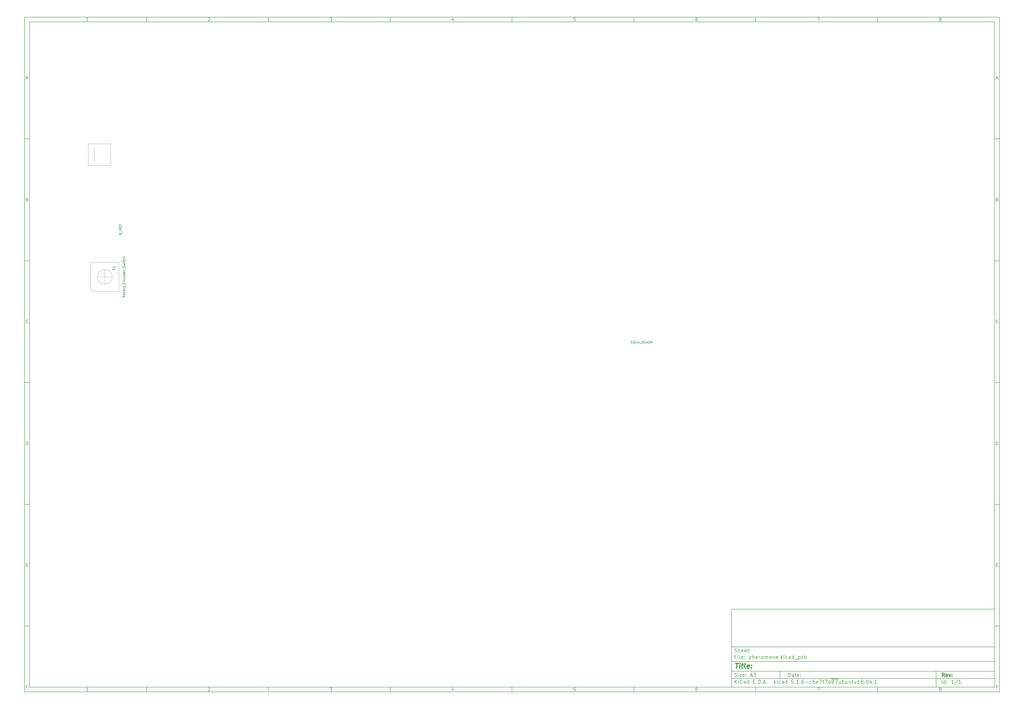
<source format=gbr>
G04 #@! TF.GenerationSoftware,KiCad,Pcbnew,5.1.6-c6e7f7d~87~ubuntu18.04.1*
G04 #@! TF.CreationDate,2020-08-29T00:17:55+02:00*
G04 #@! TF.ProjectId,pheromone,70686572-6f6d-46f6-9e65-2e6b69636164,rev?*
G04 #@! TF.SameCoordinates,Original*
G04 #@! TF.FileFunction,Other,Fab,Top*
%FSLAX46Y46*%
G04 Gerber Fmt 4.6, Leading zero omitted, Abs format (unit mm)*
G04 Created by KiCad (PCBNEW 5.1.6-c6e7f7d~87~ubuntu18.04.1) date 2020-08-29 00:17:55*
%MOMM*%
%LPD*%
G01*
G04 APERTURE LIST*
%ADD10C,0.100000*%
%ADD11C,0.150000*%
%ADD12C,0.300000*%
%ADD13C,0.400000*%
%ADD14C,0.120000*%
G04 APERTURE END LIST*
D10*
D11*
X299989000Y-253002200D02*
X299989000Y-285002200D01*
X407989000Y-285002200D01*
X407989000Y-253002200D01*
X299989000Y-253002200D01*
D10*
D11*
X10000000Y-10000000D02*
X10000000Y-287002200D01*
X409989000Y-287002200D01*
X409989000Y-10000000D01*
X10000000Y-10000000D01*
D10*
D11*
X12000000Y-12000000D02*
X12000000Y-285002200D01*
X407989000Y-285002200D01*
X407989000Y-12000000D01*
X12000000Y-12000000D01*
D10*
D11*
X60000000Y-12000000D02*
X60000000Y-10000000D01*
D10*
D11*
X110000000Y-12000000D02*
X110000000Y-10000000D01*
D10*
D11*
X160000000Y-12000000D02*
X160000000Y-10000000D01*
D10*
D11*
X210000000Y-12000000D02*
X210000000Y-10000000D01*
D10*
D11*
X260000000Y-12000000D02*
X260000000Y-10000000D01*
D10*
D11*
X310000000Y-12000000D02*
X310000000Y-10000000D01*
D10*
D11*
X360000000Y-12000000D02*
X360000000Y-10000000D01*
D10*
D11*
X36065476Y-11588095D02*
X35322619Y-11588095D01*
X35694047Y-11588095D02*
X35694047Y-10288095D01*
X35570238Y-10473809D01*
X35446428Y-10597619D01*
X35322619Y-10659523D01*
D10*
D11*
X85322619Y-10411904D02*
X85384523Y-10350000D01*
X85508333Y-10288095D01*
X85817857Y-10288095D01*
X85941666Y-10350000D01*
X86003571Y-10411904D01*
X86065476Y-10535714D01*
X86065476Y-10659523D01*
X86003571Y-10845238D01*
X85260714Y-11588095D01*
X86065476Y-11588095D01*
D10*
D11*
X135260714Y-10288095D02*
X136065476Y-10288095D01*
X135632142Y-10783333D01*
X135817857Y-10783333D01*
X135941666Y-10845238D01*
X136003571Y-10907142D01*
X136065476Y-11030952D01*
X136065476Y-11340476D01*
X136003571Y-11464285D01*
X135941666Y-11526190D01*
X135817857Y-11588095D01*
X135446428Y-11588095D01*
X135322619Y-11526190D01*
X135260714Y-11464285D01*
D10*
D11*
X185941666Y-10721428D02*
X185941666Y-11588095D01*
X185632142Y-10226190D02*
X185322619Y-11154761D01*
X186127380Y-11154761D01*
D10*
D11*
X236003571Y-10288095D02*
X235384523Y-10288095D01*
X235322619Y-10907142D01*
X235384523Y-10845238D01*
X235508333Y-10783333D01*
X235817857Y-10783333D01*
X235941666Y-10845238D01*
X236003571Y-10907142D01*
X236065476Y-11030952D01*
X236065476Y-11340476D01*
X236003571Y-11464285D01*
X235941666Y-11526190D01*
X235817857Y-11588095D01*
X235508333Y-11588095D01*
X235384523Y-11526190D01*
X235322619Y-11464285D01*
D10*
D11*
X285941666Y-10288095D02*
X285694047Y-10288095D01*
X285570238Y-10350000D01*
X285508333Y-10411904D01*
X285384523Y-10597619D01*
X285322619Y-10845238D01*
X285322619Y-11340476D01*
X285384523Y-11464285D01*
X285446428Y-11526190D01*
X285570238Y-11588095D01*
X285817857Y-11588095D01*
X285941666Y-11526190D01*
X286003571Y-11464285D01*
X286065476Y-11340476D01*
X286065476Y-11030952D01*
X286003571Y-10907142D01*
X285941666Y-10845238D01*
X285817857Y-10783333D01*
X285570238Y-10783333D01*
X285446428Y-10845238D01*
X285384523Y-10907142D01*
X285322619Y-11030952D01*
D10*
D11*
X335260714Y-10288095D02*
X336127380Y-10288095D01*
X335570238Y-11588095D01*
D10*
D11*
X385570238Y-10845238D02*
X385446428Y-10783333D01*
X385384523Y-10721428D01*
X385322619Y-10597619D01*
X385322619Y-10535714D01*
X385384523Y-10411904D01*
X385446428Y-10350000D01*
X385570238Y-10288095D01*
X385817857Y-10288095D01*
X385941666Y-10350000D01*
X386003571Y-10411904D01*
X386065476Y-10535714D01*
X386065476Y-10597619D01*
X386003571Y-10721428D01*
X385941666Y-10783333D01*
X385817857Y-10845238D01*
X385570238Y-10845238D01*
X385446428Y-10907142D01*
X385384523Y-10969047D01*
X385322619Y-11092857D01*
X385322619Y-11340476D01*
X385384523Y-11464285D01*
X385446428Y-11526190D01*
X385570238Y-11588095D01*
X385817857Y-11588095D01*
X385941666Y-11526190D01*
X386003571Y-11464285D01*
X386065476Y-11340476D01*
X386065476Y-11092857D01*
X386003571Y-10969047D01*
X385941666Y-10907142D01*
X385817857Y-10845238D01*
D10*
D11*
X60000000Y-285002200D02*
X60000000Y-287002200D01*
D10*
D11*
X110000000Y-285002200D02*
X110000000Y-287002200D01*
D10*
D11*
X160000000Y-285002200D02*
X160000000Y-287002200D01*
D10*
D11*
X210000000Y-285002200D02*
X210000000Y-287002200D01*
D10*
D11*
X260000000Y-285002200D02*
X260000000Y-287002200D01*
D10*
D11*
X310000000Y-285002200D02*
X310000000Y-287002200D01*
D10*
D11*
X360000000Y-285002200D02*
X360000000Y-287002200D01*
D10*
D11*
X36065476Y-286590295D02*
X35322619Y-286590295D01*
X35694047Y-286590295D02*
X35694047Y-285290295D01*
X35570238Y-285476009D01*
X35446428Y-285599819D01*
X35322619Y-285661723D01*
D10*
D11*
X85322619Y-285414104D02*
X85384523Y-285352200D01*
X85508333Y-285290295D01*
X85817857Y-285290295D01*
X85941666Y-285352200D01*
X86003571Y-285414104D01*
X86065476Y-285537914D01*
X86065476Y-285661723D01*
X86003571Y-285847438D01*
X85260714Y-286590295D01*
X86065476Y-286590295D01*
D10*
D11*
X135260714Y-285290295D02*
X136065476Y-285290295D01*
X135632142Y-285785533D01*
X135817857Y-285785533D01*
X135941666Y-285847438D01*
X136003571Y-285909342D01*
X136065476Y-286033152D01*
X136065476Y-286342676D01*
X136003571Y-286466485D01*
X135941666Y-286528390D01*
X135817857Y-286590295D01*
X135446428Y-286590295D01*
X135322619Y-286528390D01*
X135260714Y-286466485D01*
D10*
D11*
X185941666Y-285723628D02*
X185941666Y-286590295D01*
X185632142Y-285228390D02*
X185322619Y-286156961D01*
X186127380Y-286156961D01*
D10*
D11*
X236003571Y-285290295D02*
X235384523Y-285290295D01*
X235322619Y-285909342D01*
X235384523Y-285847438D01*
X235508333Y-285785533D01*
X235817857Y-285785533D01*
X235941666Y-285847438D01*
X236003571Y-285909342D01*
X236065476Y-286033152D01*
X236065476Y-286342676D01*
X236003571Y-286466485D01*
X235941666Y-286528390D01*
X235817857Y-286590295D01*
X235508333Y-286590295D01*
X235384523Y-286528390D01*
X235322619Y-286466485D01*
D10*
D11*
X285941666Y-285290295D02*
X285694047Y-285290295D01*
X285570238Y-285352200D01*
X285508333Y-285414104D01*
X285384523Y-285599819D01*
X285322619Y-285847438D01*
X285322619Y-286342676D01*
X285384523Y-286466485D01*
X285446428Y-286528390D01*
X285570238Y-286590295D01*
X285817857Y-286590295D01*
X285941666Y-286528390D01*
X286003571Y-286466485D01*
X286065476Y-286342676D01*
X286065476Y-286033152D01*
X286003571Y-285909342D01*
X285941666Y-285847438D01*
X285817857Y-285785533D01*
X285570238Y-285785533D01*
X285446428Y-285847438D01*
X285384523Y-285909342D01*
X285322619Y-286033152D01*
D10*
D11*
X335260714Y-285290295D02*
X336127380Y-285290295D01*
X335570238Y-286590295D01*
D10*
D11*
X385570238Y-285847438D02*
X385446428Y-285785533D01*
X385384523Y-285723628D01*
X385322619Y-285599819D01*
X385322619Y-285537914D01*
X385384523Y-285414104D01*
X385446428Y-285352200D01*
X385570238Y-285290295D01*
X385817857Y-285290295D01*
X385941666Y-285352200D01*
X386003571Y-285414104D01*
X386065476Y-285537914D01*
X386065476Y-285599819D01*
X386003571Y-285723628D01*
X385941666Y-285785533D01*
X385817857Y-285847438D01*
X385570238Y-285847438D01*
X385446428Y-285909342D01*
X385384523Y-285971247D01*
X385322619Y-286095057D01*
X385322619Y-286342676D01*
X385384523Y-286466485D01*
X385446428Y-286528390D01*
X385570238Y-286590295D01*
X385817857Y-286590295D01*
X385941666Y-286528390D01*
X386003571Y-286466485D01*
X386065476Y-286342676D01*
X386065476Y-286095057D01*
X386003571Y-285971247D01*
X385941666Y-285909342D01*
X385817857Y-285847438D01*
D10*
D11*
X10000000Y-60000000D02*
X12000000Y-60000000D01*
D10*
D11*
X10000000Y-110000000D02*
X12000000Y-110000000D01*
D10*
D11*
X10000000Y-160000000D02*
X12000000Y-160000000D01*
D10*
D11*
X10000000Y-210000000D02*
X12000000Y-210000000D01*
D10*
D11*
X10000000Y-260000000D02*
X12000000Y-260000000D01*
D10*
D11*
X10690476Y-35216666D02*
X11309523Y-35216666D01*
X10566666Y-35588095D02*
X11000000Y-34288095D01*
X11433333Y-35588095D01*
D10*
D11*
X11092857Y-84907142D02*
X11278571Y-84969047D01*
X11340476Y-85030952D01*
X11402380Y-85154761D01*
X11402380Y-85340476D01*
X11340476Y-85464285D01*
X11278571Y-85526190D01*
X11154761Y-85588095D01*
X10659523Y-85588095D01*
X10659523Y-84288095D01*
X11092857Y-84288095D01*
X11216666Y-84350000D01*
X11278571Y-84411904D01*
X11340476Y-84535714D01*
X11340476Y-84659523D01*
X11278571Y-84783333D01*
X11216666Y-84845238D01*
X11092857Y-84907142D01*
X10659523Y-84907142D01*
D10*
D11*
X11402380Y-135464285D02*
X11340476Y-135526190D01*
X11154761Y-135588095D01*
X11030952Y-135588095D01*
X10845238Y-135526190D01*
X10721428Y-135402380D01*
X10659523Y-135278571D01*
X10597619Y-135030952D01*
X10597619Y-134845238D01*
X10659523Y-134597619D01*
X10721428Y-134473809D01*
X10845238Y-134350000D01*
X11030952Y-134288095D01*
X11154761Y-134288095D01*
X11340476Y-134350000D01*
X11402380Y-134411904D01*
D10*
D11*
X10659523Y-185588095D02*
X10659523Y-184288095D01*
X10969047Y-184288095D01*
X11154761Y-184350000D01*
X11278571Y-184473809D01*
X11340476Y-184597619D01*
X11402380Y-184845238D01*
X11402380Y-185030952D01*
X11340476Y-185278571D01*
X11278571Y-185402380D01*
X11154761Y-185526190D01*
X10969047Y-185588095D01*
X10659523Y-185588095D01*
D10*
D11*
X10721428Y-234907142D02*
X11154761Y-234907142D01*
X11340476Y-235588095D02*
X10721428Y-235588095D01*
X10721428Y-234288095D01*
X11340476Y-234288095D01*
D10*
D11*
X11185714Y-284907142D02*
X10752380Y-284907142D01*
X10752380Y-285588095D02*
X10752380Y-284288095D01*
X11371428Y-284288095D01*
D10*
D11*
X409989000Y-60000000D02*
X407989000Y-60000000D01*
D10*
D11*
X409989000Y-110000000D02*
X407989000Y-110000000D01*
D10*
D11*
X409989000Y-160000000D02*
X407989000Y-160000000D01*
D10*
D11*
X409989000Y-210000000D02*
X407989000Y-210000000D01*
D10*
D11*
X409989000Y-260000000D02*
X407989000Y-260000000D01*
D10*
D11*
X408679476Y-35216666D02*
X409298523Y-35216666D01*
X408555666Y-35588095D02*
X408989000Y-34288095D01*
X409422333Y-35588095D01*
D10*
D11*
X409081857Y-84907142D02*
X409267571Y-84969047D01*
X409329476Y-85030952D01*
X409391380Y-85154761D01*
X409391380Y-85340476D01*
X409329476Y-85464285D01*
X409267571Y-85526190D01*
X409143761Y-85588095D01*
X408648523Y-85588095D01*
X408648523Y-84288095D01*
X409081857Y-84288095D01*
X409205666Y-84350000D01*
X409267571Y-84411904D01*
X409329476Y-84535714D01*
X409329476Y-84659523D01*
X409267571Y-84783333D01*
X409205666Y-84845238D01*
X409081857Y-84907142D01*
X408648523Y-84907142D01*
D10*
D11*
X409391380Y-135464285D02*
X409329476Y-135526190D01*
X409143761Y-135588095D01*
X409019952Y-135588095D01*
X408834238Y-135526190D01*
X408710428Y-135402380D01*
X408648523Y-135278571D01*
X408586619Y-135030952D01*
X408586619Y-134845238D01*
X408648523Y-134597619D01*
X408710428Y-134473809D01*
X408834238Y-134350000D01*
X409019952Y-134288095D01*
X409143761Y-134288095D01*
X409329476Y-134350000D01*
X409391380Y-134411904D01*
D10*
D11*
X408648523Y-185588095D02*
X408648523Y-184288095D01*
X408958047Y-184288095D01*
X409143761Y-184350000D01*
X409267571Y-184473809D01*
X409329476Y-184597619D01*
X409391380Y-184845238D01*
X409391380Y-185030952D01*
X409329476Y-185278571D01*
X409267571Y-185402380D01*
X409143761Y-185526190D01*
X408958047Y-185588095D01*
X408648523Y-185588095D01*
D10*
D11*
X408710428Y-234907142D02*
X409143761Y-234907142D01*
X409329476Y-235588095D02*
X408710428Y-235588095D01*
X408710428Y-234288095D01*
X409329476Y-234288095D01*
D10*
D11*
X409174714Y-284907142D02*
X408741380Y-284907142D01*
X408741380Y-285588095D02*
X408741380Y-284288095D01*
X409360428Y-284288095D01*
D10*
D11*
X323421142Y-280780771D02*
X323421142Y-279280771D01*
X323778285Y-279280771D01*
X323992571Y-279352200D01*
X324135428Y-279495057D01*
X324206857Y-279637914D01*
X324278285Y-279923628D01*
X324278285Y-280137914D01*
X324206857Y-280423628D01*
X324135428Y-280566485D01*
X323992571Y-280709342D01*
X323778285Y-280780771D01*
X323421142Y-280780771D01*
X325564000Y-280780771D02*
X325564000Y-279995057D01*
X325492571Y-279852200D01*
X325349714Y-279780771D01*
X325064000Y-279780771D01*
X324921142Y-279852200D01*
X325564000Y-280709342D02*
X325421142Y-280780771D01*
X325064000Y-280780771D01*
X324921142Y-280709342D01*
X324849714Y-280566485D01*
X324849714Y-280423628D01*
X324921142Y-280280771D01*
X325064000Y-280209342D01*
X325421142Y-280209342D01*
X325564000Y-280137914D01*
X326064000Y-279780771D02*
X326635428Y-279780771D01*
X326278285Y-279280771D02*
X326278285Y-280566485D01*
X326349714Y-280709342D01*
X326492571Y-280780771D01*
X326635428Y-280780771D01*
X327706857Y-280709342D02*
X327564000Y-280780771D01*
X327278285Y-280780771D01*
X327135428Y-280709342D01*
X327064000Y-280566485D01*
X327064000Y-279995057D01*
X327135428Y-279852200D01*
X327278285Y-279780771D01*
X327564000Y-279780771D01*
X327706857Y-279852200D01*
X327778285Y-279995057D01*
X327778285Y-280137914D01*
X327064000Y-280280771D01*
X328421142Y-280637914D02*
X328492571Y-280709342D01*
X328421142Y-280780771D01*
X328349714Y-280709342D01*
X328421142Y-280637914D01*
X328421142Y-280780771D01*
X328421142Y-279852200D02*
X328492571Y-279923628D01*
X328421142Y-279995057D01*
X328349714Y-279923628D01*
X328421142Y-279852200D01*
X328421142Y-279995057D01*
D10*
D11*
X299989000Y-281502200D02*
X407989000Y-281502200D01*
D10*
D11*
X301421142Y-283580771D02*
X301421142Y-282080771D01*
X302278285Y-283580771D02*
X301635428Y-282723628D01*
X302278285Y-282080771D02*
X301421142Y-282937914D01*
X302921142Y-283580771D02*
X302921142Y-282580771D01*
X302921142Y-282080771D02*
X302849714Y-282152200D01*
X302921142Y-282223628D01*
X302992571Y-282152200D01*
X302921142Y-282080771D01*
X302921142Y-282223628D01*
X304492571Y-283437914D02*
X304421142Y-283509342D01*
X304206857Y-283580771D01*
X304064000Y-283580771D01*
X303849714Y-283509342D01*
X303706857Y-283366485D01*
X303635428Y-283223628D01*
X303564000Y-282937914D01*
X303564000Y-282723628D01*
X303635428Y-282437914D01*
X303706857Y-282295057D01*
X303849714Y-282152200D01*
X304064000Y-282080771D01*
X304206857Y-282080771D01*
X304421142Y-282152200D01*
X304492571Y-282223628D01*
X305778285Y-283580771D02*
X305778285Y-282795057D01*
X305706857Y-282652200D01*
X305564000Y-282580771D01*
X305278285Y-282580771D01*
X305135428Y-282652200D01*
X305778285Y-283509342D02*
X305635428Y-283580771D01*
X305278285Y-283580771D01*
X305135428Y-283509342D01*
X305064000Y-283366485D01*
X305064000Y-283223628D01*
X305135428Y-283080771D01*
X305278285Y-283009342D01*
X305635428Y-283009342D01*
X305778285Y-282937914D01*
X307135428Y-283580771D02*
X307135428Y-282080771D01*
X307135428Y-283509342D02*
X306992571Y-283580771D01*
X306706857Y-283580771D01*
X306564000Y-283509342D01*
X306492571Y-283437914D01*
X306421142Y-283295057D01*
X306421142Y-282866485D01*
X306492571Y-282723628D01*
X306564000Y-282652200D01*
X306706857Y-282580771D01*
X306992571Y-282580771D01*
X307135428Y-282652200D01*
X308992571Y-282795057D02*
X309492571Y-282795057D01*
X309706857Y-283580771D02*
X308992571Y-283580771D01*
X308992571Y-282080771D01*
X309706857Y-282080771D01*
X310349714Y-283437914D02*
X310421142Y-283509342D01*
X310349714Y-283580771D01*
X310278285Y-283509342D01*
X310349714Y-283437914D01*
X310349714Y-283580771D01*
X311064000Y-283580771D02*
X311064000Y-282080771D01*
X311421142Y-282080771D01*
X311635428Y-282152200D01*
X311778285Y-282295057D01*
X311849714Y-282437914D01*
X311921142Y-282723628D01*
X311921142Y-282937914D01*
X311849714Y-283223628D01*
X311778285Y-283366485D01*
X311635428Y-283509342D01*
X311421142Y-283580771D01*
X311064000Y-283580771D01*
X312564000Y-283437914D02*
X312635428Y-283509342D01*
X312564000Y-283580771D01*
X312492571Y-283509342D01*
X312564000Y-283437914D01*
X312564000Y-283580771D01*
X313206857Y-283152200D02*
X313921142Y-283152200D01*
X313064000Y-283580771D02*
X313564000Y-282080771D01*
X314064000Y-283580771D01*
X314564000Y-283437914D02*
X314635428Y-283509342D01*
X314564000Y-283580771D01*
X314492571Y-283509342D01*
X314564000Y-283437914D01*
X314564000Y-283580771D01*
X317564000Y-283580771D02*
X317564000Y-282080771D01*
X317706857Y-283009342D02*
X318135428Y-283580771D01*
X318135428Y-282580771D02*
X317564000Y-283152200D01*
X318778285Y-283580771D02*
X318778285Y-282580771D01*
X318778285Y-282080771D02*
X318706857Y-282152200D01*
X318778285Y-282223628D01*
X318849714Y-282152200D01*
X318778285Y-282080771D01*
X318778285Y-282223628D01*
X320135428Y-283509342D02*
X319992571Y-283580771D01*
X319706857Y-283580771D01*
X319564000Y-283509342D01*
X319492571Y-283437914D01*
X319421142Y-283295057D01*
X319421142Y-282866485D01*
X319492571Y-282723628D01*
X319564000Y-282652200D01*
X319706857Y-282580771D01*
X319992571Y-282580771D01*
X320135428Y-282652200D01*
X321421142Y-283580771D02*
X321421142Y-282795057D01*
X321349714Y-282652200D01*
X321206857Y-282580771D01*
X320921142Y-282580771D01*
X320778285Y-282652200D01*
X321421142Y-283509342D02*
X321278285Y-283580771D01*
X320921142Y-283580771D01*
X320778285Y-283509342D01*
X320706857Y-283366485D01*
X320706857Y-283223628D01*
X320778285Y-283080771D01*
X320921142Y-283009342D01*
X321278285Y-283009342D01*
X321421142Y-282937914D01*
X322778285Y-283580771D02*
X322778285Y-282080771D01*
X322778285Y-283509342D02*
X322635428Y-283580771D01*
X322349714Y-283580771D01*
X322206857Y-283509342D01*
X322135428Y-283437914D01*
X322064000Y-283295057D01*
X322064000Y-282866485D01*
X322135428Y-282723628D01*
X322206857Y-282652200D01*
X322349714Y-282580771D01*
X322635428Y-282580771D01*
X322778285Y-282652200D01*
X325349714Y-282080771D02*
X324635428Y-282080771D01*
X324564000Y-282795057D01*
X324635428Y-282723628D01*
X324778285Y-282652200D01*
X325135428Y-282652200D01*
X325278285Y-282723628D01*
X325349714Y-282795057D01*
X325421142Y-282937914D01*
X325421142Y-283295057D01*
X325349714Y-283437914D01*
X325278285Y-283509342D01*
X325135428Y-283580771D01*
X324778285Y-283580771D01*
X324635428Y-283509342D01*
X324564000Y-283437914D01*
X326064000Y-283437914D02*
X326135428Y-283509342D01*
X326064000Y-283580771D01*
X325992571Y-283509342D01*
X326064000Y-283437914D01*
X326064000Y-283580771D01*
X327564000Y-283580771D02*
X326706857Y-283580771D01*
X327135428Y-283580771D02*
X327135428Y-282080771D01*
X326992571Y-282295057D01*
X326849714Y-282437914D01*
X326706857Y-282509342D01*
X328206857Y-283437914D02*
X328278285Y-283509342D01*
X328206857Y-283580771D01*
X328135428Y-283509342D01*
X328206857Y-283437914D01*
X328206857Y-283580771D01*
X329564000Y-282080771D02*
X329278285Y-282080771D01*
X329135428Y-282152200D01*
X329064000Y-282223628D01*
X328921142Y-282437914D01*
X328849714Y-282723628D01*
X328849714Y-283295057D01*
X328921142Y-283437914D01*
X328992571Y-283509342D01*
X329135428Y-283580771D01*
X329421142Y-283580771D01*
X329564000Y-283509342D01*
X329635428Y-283437914D01*
X329706857Y-283295057D01*
X329706857Y-282937914D01*
X329635428Y-282795057D01*
X329564000Y-282723628D01*
X329421142Y-282652200D01*
X329135428Y-282652200D01*
X328992571Y-282723628D01*
X328921142Y-282795057D01*
X328849714Y-282937914D01*
X330349714Y-283009342D02*
X331492571Y-283009342D01*
X332849714Y-283509342D02*
X332706857Y-283580771D01*
X332421142Y-283580771D01*
X332278285Y-283509342D01*
X332206857Y-283437914D01*
X332135428Y-283295057D01*
X332135428Y-282866485D01*
X332206857Y-282723628D01*
X332278285Y-282652200D01*
X332421142Y-282580771D01*
X332706857Y-282580771D01*
X332849714Y-282652200D01*
X334135428Y-282080771D02*
X333849714Y-282080771D01*
X333706857Y-282152200D01*
X333635428Y-282223628D01*
X333492571Y-282437914D01*
X333421142Y-282723628D01*
X333421142Y-283295057D01*
X333492571Y-283437914D01*
X333564000Y-283509342D01*
X333706857Y-283580771D01*
X333992571Y-283580771D01*
X334135428Y-283509342D01*
X334206857Y-283437914D01*
X334278285Y-283295057D01*
X334278285Y-282937914D01*
X334206857Y-282795057D01*
X334135428Y-282723628D01*
X333992571Y-282652200D01*
X333706857Y-282652200D01*
X333564000Y-282723628D01*
X333492571Y-282795057D01*
X333421142Y-282937914D01*
X335492571Y-283509342D02*
X335349714Y-283580771D01*
X335064000Y-283580771D01*
X334921142Y-283509342D01*
X334849714Y-283366485D01*
X334849714Y-282795057D01*
X334921142Y-282652200D01*
X335064000Y-282580771D01*
X335349714Y-282580771D01*
X335492571Y-282652200D01*
X335564000Y-282795057D01*
X335564000Y-282937914D01*
X334849714Y-283080771D01*
X336064000Y-282080771D02*
X337064000Y-282080771D01*
X336421142Y-283580771D01*
X337421142Y-282580771D02*
X337992571Y-282580771D01*
X337635428Y-283580771D02*
X337635428Y-282295057D01*
X337706857Y-282152200D01*
X337849714Y-282080771D01*
X337992571Y-282080771D01*
X338349714Y-282080771D02*
X339349714Y-282080771D01*
X338706857Y-283580771D01*
X340564000Y-283580771D02*
X340564000Y-282080771D01*
X340564000Y-283509342D02*
X340421142Y-283580771D01*
X340135428Y-283580771D01*
X339992571Y-283509342D01*
X339921142Y-283437914D01*
X339849714Y-283295057D01*
X339849714Y-282866485D01*
X339921142Y-282723628D01*
X339992571Y-282652200D01*
X340135428Y-282580771D01*
X340421142Y-282580771D01*
X340564000Y-282652200D01*
X340921142Y-281672200D02*
X342349714Y-281672200D01*
X341492571Y-282723628D02*
X341349714Y-282652200D01*
X341278285Y-282580771D01*
X341206857Y-282437914D01*
X341206857Y-282366485D01*
X341278285Y-282223628D01*
X341349714Y-282152200D01*
X341492571Y-282080771D01*
X341778285Y-282080771D01*
X341921142Y-282152200D01*
X341992571Y-282223628D01*
X342064000Y-282366485D01*
X342064000Y-282437914D01*
X341992571Y-282580771D01*
X341921142Y-282652200D01*
X341778285Y-282723628D01*
X341492571Y-282723628D01*
X341349714Y-282795057D01*
X341278285Y-282866485D01*
X341206857Y-283009342D01*
X341206857Y-283295057D01*
X341278285Y-283437914D01*
X341349714Y-283509342D01*
X341492571Y-283580771D01*
X341778285Y-283580771D01*
X341921142Y-283509342D01*
X341992571Y-283437914D01*
X342064000Y-283295057D01*
X342064000Y-283009342D01*
X341992571Y-282866485D01*
X341921142Y-282795057D01*
X341778285Y-282723628D01*
X342349714Y-281672200D02*
X343778285Y-281672200D01*
X342564000Y-282080771D02*
X343564000Y-282080771D01*
X342921142Y-283580771D01*
X344778285Y-282580771D02*
X344778285Y-283580771D01*
X344135428Y-282580771D02*
X344135428Y-283366485D01*
X344206857Y-283509342D01*
X344349714Y-283580771D01*
X344564000Y-283580771D01*
X344706857Y-283509342D01*
X344778285Y-283437914D01*
X345492571Y-283580771D02*
X345492571Y-282080771D01*
X345492571Y-282652200D02*
X345635428Y-282580771D01*
X345921142Y-282580771D01*
X346064000Y-282652200D01*
X346135428Y-282723628D01*
X346206857Y-282866485D01*
X346206857Y-283295057D01*
X346135428Y-283437914D01*
X346064000Y-283509342D01*
X345921142Y-283580771D01*
X345635428Y-283580771D01*
X345492571Y-283509342D01*
X347492571Y-282580771D02*
X347492571Y-283580771D01*
X346849714Y-282580771D02*
X346849714Y-283366485D01*
X346921142Y-283509342D01*
X347064000Y-283580771D01*
X347278285Y-283580771D01*
X347421142Y-283509342D01*
X347492571Y-283437914D01*
X348206857Y-282580771D02*
X348206857Y-283580771D01*
X348206857Y-282723628D02*
X348278285Y-282652200D01*
X348421142Y-282580771D01*
X348635428Y-282580771D01*
X348778285Y-282652200D01*
X348849714Y-282795057D01*
X348849714Y-283580771D01*
X349349714Y-282580771D02*
X349921142Y-282580771D01*
X349564000Y-282080771D02*
X349564000Y-283366485D01*
X349635428Y-283509342D01*
X349778285Y-283580771D01*
X349921142Y-283580771D01*
X351064000Y-282580771D02*
X351064000Y-283580771D01*
X350421142Y-282580771D02*
X350421142Y-283366485D01*
X350492571Y-283509342D01*
X350635428Y-283580771D01*
X350849714Y-283580771D01*
X350992571Y-283509342D01*
X351064000Y-283437914D01*
X352564000Y-283580771D02*
X351706857Y-283580771D01*
X352135428Y-283580771D02*
X352135428Y-282080771D01*
X351992571Y-282295057D01*
X351849714Y-282437914D01*
X351706857Y-282509342D01*
X353421142Y-282723628D02*
X353278285Y-282652200D01*
X353206857Y-282580771D01*
X353135428Y-282437914D01*
X353135428Y-282366485D01*
X353206857Y-282223628D01*
X353278285Y-282152200D01*
X353421142Y-282080771D01*
X353706857Y-282080771D01*
X353849714Y-282152200D01*
X353921142Y-282223628D01*
X353992571Y-282366485D01*
X353992571Y-282437914D01*
X353921142Y-282580771D01*
X353849714Y-282652200D01*
X353706857Y-282723628D01*
X353421142Y-282723628D01*
X353278285Y-282795057D01*
X353206857Y-282866485D01*
X353135428Y-283009342D01*
X353135428Y-283295057D01*
X353206857Y-283437914D01*
X353278285Y-283509342D01*
X353421142Y-283580771D01*
X353706857Y-283580771D01*
X353849714Y-283509342D01*
X353921142Y-283437914D01*
X353992571Y-283295057D01*
X353992571Y-283009342D01*
X353921142Y-282866485D01*
X353849714Y-282795057D01*
X353706857Y-282723628D01*
X354635428Y-283437914D02*
X354706857Y-283509342D01*
X354635428Y-283580771D01*
X354564000Y-283509342D01*
X354635428Y-283437914D01*
X354635428Y-283580771D01*
X355635428Y-282080771D02*
X355778285Y-282080771D01*
X355921142Y-282152200D01*
X355992571Y-282223628D01*
X356064000Y-282366485D01*
X356135428Y-282652200D01*
X356135428Y-283009342D01*
X356064000Y-283295057D01*
X355992571Y-283437914D01*
X355921142Y-283509342D01*
X355778285Y-283580771D01*
X355635428Y-283580771D01*
X355492571Y-283509342D01*
X355421142Y-283437914D01*
X355349714Y-283295057D01*
X355278285Y-283009342D01*
X355278285Y-282652200D01*
X355349714Y-282366485D01*
X355421142Y-282223628D01*
X355492571Y-282152200D01*
X355635428Y-282080771D01*
X357421142Y-282580771D02*
X357421142Y-283580771D01*
X357064000Y-282009342D02*
X356706857Y-283080771D01*
X357635428Y-283080771D01*
X358206857Y-283437914D02*
X358278285Y-283509342D01*
X358206857Y-283580771D01*
X358135428Y-283509342D01*
X358206857Y-283437914D01*
X358206857Y-283580771D01*
X359706857Y-283580771D02*
X358849714Y-283580771D01*
X359278285Y-283580771D02*
X359278285Y-282080771D01*
X359135428Y-282295057D01*
X358992571Y-282437914D01*
X358849714Y-282509342D01*
D10*
D11*
X299989000Y-278502200D02*
X407989000Y-278502200D01*
D10*
D12*
X387398285Y-280780771D02*
X386898285Y-280066485D01*
X386541142Y-280780771D02*
X386541142Y-279280771D01*
X387112571Y-279280771D01*
X387255428Y-279352200D01*
X387326857Y-279423628D01*
X387398285Y-279566485D01*
X387398285Y-279780771D01*
X387326857Y-279923628D01*
X387255428Y-279995057D01*
X387112571Y-280066485D01*
X386541142Y-280066485D01*
X388612571Y-280709342D02*
X388469714Y-280780771D01*
X388184000Y-280780771D01*
X388041142Y-280709342D01*
X387969714Y-280566485D01*
X387969714Y-279995057D01*
X388041142Y-279852200D01*
X388184000Y-279780771D01*
X388469714Y-279780771D01*
X388612571Y-279852200D01*
X388684000Y-279995057D01*
X388684000Y-280137914D01*
X387969714Y-280280771D01*
X389184000Y-279780771D02*
X389541142Y-280780771D01*
X389898285Y-279780771D01*
X390469714Y-280637914D02*
X390541142Y-280709342D01*
X390469714Y-280780771D01*
X390398285Y-280709342D01*
X390469714Y-280637914D01*
X390469714Y-280780771D01*
X390469714Y-279852200D02*
X390541142Y-279923628D01*
X390469714Y-279995057D01*
X390398285Y-279923628D01*
X390469714Y-279852200D01*
X390469714Y-279995057D01*
D10*
D11*
X301349714Y-280709342D02*
X301564000Y-280780771D01*
X301921142Y-280780771D01*
X302064000Y-280709342D01*
X302135428Y-280637914D01*
X302206857Y-280495057D01*
X302206857Y-280352200D01*
X302135428Y-280209342D01*
X302064000Y-280137914D01*
X301921142Y-280066485D01*
X301635428Y-279995057D01*
X301492571Y-279923628D01*
X301421142Y-279852200D01*
X301349714Y-279709342D01*
X301349714Y-279566485D01*
X301421142Y-279423628D01*
X301492571Y-279352200D01*
X301635428Y-279280771D01*
X301992571Y-279280771D01*
X302206857Y-279352200D01*
X302849714Y-280780771D02*
X302849714Y-279780771D01*
X302849714Y-279280771D02*
X302778285Y-279352200D01*
X302849714Y-279423628D01*
X302921142Y-279352200D01*
X302849714Y-279280771D01*
X302849714Y-279423628D01*
X303421142Y-279780771D02*
X304206857Y-279780771D01*
X303421142Y-280780771D01*
X304206857Y-280780771D01*
X305349714Y-280709342D02*
X305206857Y-280780771D01*
X304921142Y-280780771D01*
X304778285Y-280709342D01*
X304706857Y-280566485D01*
X304706857Y-279995057D01*
X304778285Y-279852200D01*
X304921142Y-279780771D01*
X305206857Y-279780771D01*
X305349714Y-279852200D01*
X305421142Y-279995057D01*
X305421142Y-280137914D01*
X304706857Y-280280771D01*
X306064000Y-280637914D02*
X306135428Y-280709342D01*
X306064000Y-280780771D01*
X305992571Y-280709342D01*
X306064000Y-280637914D01*
X306064000Y-280780771D01*
X306064000Y-279852200D02*
X306135428Y-279923628D01*
X306064000Y-279995057D01*
X305992571Y-279923628D01*
X306064000Y-279852200D01*
X306064000Y-279995057D01*
X307849714Y-280352200D02*
X308564000Y-280352200D01*
X307706857Y-280780771D02*
X308206857Y-279280771D01*
X308706857Y-280780771D01*
X309064000Y-279280771D02*
X309992571Y-279280771D01*
X309492571Y-279852200D01*
X309706857Y-279852200D01*
X309849714Y-279923628D01*
X309921142Y-279995057D01*
X309992571Y-280137914D01*
X309992571Y-280495057D01*
X309921142Y-280637914D01*
X309849714Y-280709342D01*
X309706857Y-280780771D01*
X309278285Y-280780771D01*
X309135428Y-280709342D01*
X309064000Y-280637914D01*
D10*
D11*
X386421142Y-283580771D02*
X386421142Y-282080771D01*
X387778285Y-283580771D02*
X387778285Y-282080771D01*
X387778285Y-283509342D02*
X387635428Y-283580771D01*
X387349714Y-283580771D01*
X387206857Y-283509342D01*
X387135428Y-283437914D01*
X387064000Y-283295057D01*
X387064000Y-282866485D01*
X387135428Y-282723628D01*
X387206857Y-282652200D01*
X387349714Y-282580771D01*
X387635428Y-282580771D01*
X387778285Y-282652200D01*
X388492571Y-283437914D02*
X388564000Y-283509342D01*
X388492571Y-283580771D01*
X388421142Y-283509342D01*
X388492571Y-283437914D01*
X388492571Y-283580771D01*
X388492571Y-282652200D02*
X388564000Y-282723628D01*
X388492571Y-282795057D01*
X388421142Y-282723628D01*
X388492571Y-282652200D01*
X388492571Y-282795057D01*
X391135428Y-283580771D02*
X390278285Y-283580771D01*
X390706857Y-283580771D02*
X390706857Y-282080771D01*
X390564000Y-282295057D01*
X390421142Y-282437914D01*
X390278285Y-282509342D01*
X392849714Y-282009342D02*
X391564000Y-283937914D01*
X394135428Y-283580771D02*
X393278285Y-283580771D01*
X393706857Y-283580771D02*
X393706857Y-282080771D01*
X393564000Y-282295057D01*
X393421142Y-282437914D01*
X393278285Y-282509342D01*
D10*
D11*
X299989000Y-274502200D02*
X407989000Y-274502200D01*
D10*
D13*
X301701380Y-275206961D02*
X302844238Y-275206961D01*
X302022809Y-277206961D02*
X302272809Y-275206961D01*
X303260904Y-277206961D02*
X303427571Y-275873628D01*
X303510904Y-275206961D02*
X303403761Y-275302200D01*
X303487095Y-275397438D01*
X303594238Y-275302200D01*
X303510904Y-275206961D01*
X303487095Y-275397438D01*
X304094238Y-275873628D02*
X304856142Y-275873628D01*
X304463285Y-275206961D02*
X304249000Y-276921247D01*
X304320428Y-277111723D01*
X304499000Y-277206961D01*
X304689476Y-277206961D01*
X305641857Y-277206961D02*
X305463285Y-277111723D01*
X305391857Y-276921247D01*
X305606142Y-275206961D01*
X307177571Y-277111723D02*
X306975190Y-277206961D01*
X306594238Y-277206961D01*
X306415666Y-277111723D01*
X306344238Y-276921247D01*
X306439476Y-276159342D01*
X306558523Y-275968866D01*
X306760904Y-275873628D01*
X307141857Y-275873628D01*
X307320428Y-275968866D01*
X307391857Y-276159342D01*
X307368047Y-276349819D01*
X306391857Y-276540295D01*
X308141857Y-277016485D02*
X308225190Y-277111723D01*
X308118047Y-277206961D01*
X308034714Y-277111723D01*
X308141857Y-277016485D01*
X308118047Y-277206961D01*
X308272809Y-275968866D02*
X308356142Y-276064104D01*
X308249000Y-276159342D01*
X308165666Y-276064104D01*
X308272809Y-275968866D01*
X308249000Y-276159342D01*
D10*
D11*
X301921142Y-272595057D02*
X301421142Y-272595057D01*
X301421142Y-273380771D02*
X301421142Y-271880771D01*
X302135428Y-271880771D01*
X302706857Y-273380771D02*
X302706857Y-272380771D01*
X302706857Y-271880771D02*
X302635428Y-271952200D01*
X302706857Y-272023628D01*
X302778285Y-271952200D01*
X302706857Y-271880771D01*
X302706857Y-272023628D01*
X303635428Y-273380771D02*
X303492571Y-273309342D01*
X303421142Y-273166485D01*
X303421142Y-271880771D01*
X304778285Y-273309342D02*
X304635428Y-273380771D01*
X304349714Y-273380771D01*
X304206857Y-273309342D01*
X304135428Y-273166485D01*
X304135428Y-272595057D01*
X304206857Y-272452200D01*
X304349714Y-272380771D01*
X304635428Y-272380771D01*
X304778285Y-272452200D01*
X304849714Y-272595057D01*
X304849714Y-272737914D01*
X304135428Y-272880771D01*
X305492571Y-273237914D02*
X305564000Y-273309342D01*
X305492571Y-273380771D01*
X305421142Y-273309342D01*
X305492571Y-273237914D01*
X305492571Y-273380771D01*
X305492571Y-272452200D02*
X305564000Y-272523628D01*
X305492571Y-272595057D01*
X305421142Y-272523628D01*
X305492571Y-272452200D01*
X305492571Y-272595057D01*
X307349714Y-272380771D02*
X307349714Y-273880771D01*
X307349714Y-272452200D02*
X307492571Y-272380771D01*
X307778285Y-272380771D01*
X307921142Y-272452200D01*
X307992571Y-272523628D01*
X308064000Y-272666485D01*
X308064000Y-273095057D01*
X307992571Y-273237914D01*
X307921142Y-273309342D01*
X307778285Y-273380771D01*
X307492571Y-273380771D01*
X307349714Y-273309342D01*
X308706857Y-273380771D02*
X308706857Y-271880771D01*
X309349714Y-273380771D02*
X309349714Y-272595057D01*
X309278285Y-272452200D01*
X309135428Y-272380771D01*
X308921142Y-272380771D01*
X308778285Y-272452200D01*
X308706857Y-272523628D01*
X310635428Y-273309342D02*
X310492571Y-273380771D01*
X310206857Y-273380771D01*
X310064000Y-273309342D01*
X309992571Y-273166485D01*
X309992571Y-272595057D01*
X310064000Y-272452200D01*
X310206857Y-272380771D01*
X310492571Y-272380771D01*
X310635428Y-272452200D01*
X310706857Y-272595057D01*
X310706857Y-272737914D01*
X309992571Y-272880771D01*
X311349714Y-273380771D02*
X311349714Y-272380771D01*
X311349714Y-272666485D02*
X311421142Y-272523628D01*
X311492571Y-272452200D01*
X311635428Y-272380771D01*
X311778285Y-272380771D01*
X312492571Y-273380771D02*
X312349714Y-273309342D01*
X312278285Y-273237914D01*
X312206857Y-273095057D01*
X312206857Y-272666485D01*
X312278285Y-272523628D01*
X312349714Y-272452200D01*
X312492571Y-272380771D01*
X312706857Y-272380771D01*
X312849714Y-272452200D01*
X312921142Y-272523628D01*
X312992571Y-272666485D01*
X312992571Y-273095057D01*
X312921142Y-273237914D01*
X312849714Y-273309342D01*
X312706857Y-273380771D01*
X312492571Y-273380771D01*
X313635428Y-273380771D02*
X313635428Y-272380771D01*
X313635428Y-272523628D02*
X313706857Y-272452200D01*
X313849714Y-272380771D01*
X314064000Y-272380771D01*
X314206857Y-272452200D01*
X314278285Y-272595057D01*
X314278285Y-273380771D01*
X314278285Y-272595057D02*
X314349714Y-272452200D01*
X314492571Y-272380771D01*
X314706857Y-272380771D01*
X314849714Y-272452200D01*
X314921142Y-272595057D01*
X314921142Y-273380771D01*
X315849714Y-273380771D02*
X315706857Y-273309342D01*
X315635428Y-273237914D01*
X315564000Y-273095057D01*
X315564000Y-272666485D01*
X315635428Y-272523628D01*
X315706857Y-272452200D01*
X315849714Y-272380771D01*
X316064000Y-272380771D01*
X316206857Y-272452200D01*
X316278285Y-272523628D01*
X316349714Y-272666485D01*
X316349714Y-273095057D01*
X316278285Y-273237914D01*
X316206857Y-273309342D01*
X316064000Y-273380771D01*
X315849714Y-273380771D01*
X316992571Y-272380771D02*
X316992571Y-273380771D01*
X316992571Y-272523628D02*
X317064000Y-272452200D01*
X317206857Y-272380771D01*
X317421142Y-272380771D01*
X317564000Y-272452200D01*
X317635428Y-272595057D01*
X317635428Y-273380771D01*
X318921142Y-273309342D02*
X318778285Y-273380771D01*
X318492571Y-273380771D01*
X318349714Y-273309342D01*
X318278285Y-273166485D01*
X318278285Y-272595057D01*
X318349714Y-272452200D01*
X318492571Y-272380771D01*
X318778285Y-272380771D01*
X318921142Y-272452200D01*
X318992571Y-272595057D01*
X318992571Y-272737914D01*
X318278285Y-272880771D01*
X319635428Y-273237914D02*
X319706857Y-273309342D01*
X319635428Y-273380771D01*
X319564000Y-273309342D01*
X319635428Y-273237914D01*
X319635428Y-273380771D01*
X320349714Y-273380771D02*
X320349714Y-271880771D01*
X320492571Y-272809342D02*
X320921142Y-273380771D01*
X320921142Y-272380771D02*
X320349714Y-272952200D01*
X321564000Y-273380771D02*
X321564000Y-272380771D01*
X321564000Y-271880771D02*
X321492571Y-271952200D01*
X321564000Y-272023628D01*
X321635428Y-271952200D01*
X321564000Y-271880771D01*
X321564000Y-272023628D01*
X322921142Y-273309342D02*
X322778285Y-273380771D01*
X322492571Y-273380771D01*
X322349714Y-273309342D01*
X322278285Y-273237914D01*
X322206857Y-273095057D01*
X322206857Y-272666485D01*
X322278285Y-272523628D01*
X322349714Y-272452200D01*
X322492571Y-272380771D01*
X322778285Y-272380771D01*
X322921142Y-272452200D01*
X324206857Y-273380771D02*
X324206857Y-272595057D01*
X324135428Y-272452200D01*
X323992571Y-272380771D01*
X323706857Y-272380771D01*
X323564000Y-272452200D01*
X324206857Y-273309342D02*
X324064000Y-273380771D01*
X323706857Y-273380771D01*
X323564000Y-273309342D01*
X323492571Y-273166485D01*
X323492571Y-273023628D01*
X323564000Y-272880771D01*
X323706857Y-272809342D01*
X324064000Y-272809342D01*
X324206857Y-272737914D01*
X325564000Y-273380771D02*
X325564000Y-271880771D01*
X325564000Y-273309342D02*
X325421142Y-273380771D01*
X325135428Y-273380771D01*
X324992571Y-273309342D01*
X324921142Y-273237914D01*
X324849714Y-273095057D01*
X324849714Y-272666485D01*
X324921142Y-272523628D01*
X324992571Y-272452200D01*
X325135428Y-272380771D01*
X325421142Y-272380771D01*
X325564000Y-272452200D01*
X325921142Y-273523628D02*
X327064000Y-273523628D01*
X327421142Y-272380771D02*
X327421142Y-273880771D01*
X327421142Y-272452200D02*
X327564000Y-272380771D01*
X327849714Y-272380771D01*
X327992571Y-272452200D01*
X328064000Y-272523628D01*
X328135428Y-272666485D01*
X328135428Y-273095057D01*
X328064000Y-273237914D01*
X327992571Y-273309342D01*
X327849714Y-273380771D01*
X327564000Y-273380771D01*
X327421142Y-273309342D01*
X329421142Y-273309342D02*
X329278285Y-273380771D01*
X328992571Y-273380771D01*
X328849714Y-273309342D01*
X328778285Y-273237914D01*
X328706857Y-273095057D01*
X328706857Y-272666485D01*
X328778285Y-272523628D01*
X328849714Y-272452200D01*
X328992571Y-272380771D01*
X329278285Y-272380771D01*
X329421142Y-272452200D01*
X330064000Y-273380771D02*
X330064000Y-271880771D01*
X330064000Y-272452200D02*
X330206857Y-272380771D01*
X330492571Y-272380771D01*
X330635428Y-272452200D01*
X330706857Y-272523628D01*
X330778285Y-272666485D01*
X330778285Y-273095057D01*
X330706857Y-273237914D01*
X330635428Y-273309342D01*
X330492571Y-273380771D01*
X330206857Y-273380771D01*
X330064000Y-273309342D01*
D10*
D11*
X299989000Y-268502200D02*
X407989000Y-268502200D01*
D10*
D11*
X301349714Y-270609342D02*
X301564000Y-270680771D01*
X301921142Y-270680771D01*
X302064000Y-270609342D01*
X302135428Y-270537914D01*
X302206857Y-270395057D01*
X302206857Y-270252200D01*
X302135428Y-270109342D01*
X302064000Y-270037914D01*
X301921142Y-269966485D01*
X301635428Y-269895057D01*
X301492571Y-269823628D01*
X301421142Y-269752200D01*
X301349714Y-269609342D01*
X301349714Y-269466485D01*
X301421142Y-269323628D01*
X301492571Y-269252200D01*
X301635428Y-269180771D01*
X301992571Y-269180771D01*
X302206857Y-269252200D01*
X302849714Y-270680771D02*
X302849714Y-269180771D01*
X303492571Y-270680771D02*
X303492571Y-269895057D01*
X303421142Y-269752200D01*
X303278285Y-269680771D01*
X303064000Y-269680771D01*
X302921142Y-269752200D01*
X302849714Y-269823628D01*
X304778285Y-270609342D02*
X304635428Y-270680771D01*
X304349714Y-270680771D01*
X304206857Y-270609342D01*
X304135428Y-270466485D01*
X304135428Y-269895057D01*
X304206857Y-269752200D01*
X304349714Y-269680771D01*
X304635428Y-269680771D01*
X304778285Y-269752200D01*
X304849714Y-269895057D01*
X304849714Y-270037914D01*
X304135428Y-270180771D01*
X306064000Y-270609342D02*
X305921142Y-270680771D01*
X305635428Y-270680771D01*
X305492571Y-270609342D01*
X305421142Y-270466485D01*
X305421142Y-269895057D01*
X305492571Y-269752200D01*
X305635428Y-269680771D01*
X305921142Y-269680771D01*
X306064000Y-269752200D01*
X306135428Y-269895057D01*
X306135428Y-270037914D01*
X305421142Y-270180771D01*
X306564000Y-269680771D02*
X307135428Y-269680771D01*
X306778285Y-269180771D02*
X306778285Y-270466485D01*
X306849714Y-270609342D01*
X306992571Y-270680771D01*
X307135428Y-270680771D01*
X307635428Y-270537914D02*
X307706857Y-270609342D01*
X307635428Y-270680771D01*
X307564000Y-270609342D01*
X307635428Y-270537914D01*
X307635428Y-270680771D01*
X307635428Y-269752200D02*
X307706857Y-269823628D01*
X307635428Y-269895057D01*
X307564000Y-269823628D01*
X307635428Y-269752200D01*
X307635428Y-269895057D01*
D10*
D11*
X319989000Y-278502200D02*
X319989000Y-281502200D01*
D10*
D11*
X383989000Y-278502200D02*
X383989000Y-285002200D01*
D10*
X38604000Y-63475000D02*
X38604000Y-69475000D01*
X45264000Y-70950000D02*
X36094000Y-70950000D01*
X45264000Y-62000000D02*
X36094000Y-62000000D01*
X36094000Y-62000000D02*
X36094000Y-70950000D01*
X45264000Y-62000000D02*
X45264000Y-70950000D01*
D14*
X42901250Y-119650000D02*
X42901250Y-113650000D01*
X39901250Y-116650000D02*
X45901250Y-116650000D01*
X38201250Y-122650000D02*
X37101250Y-121650000D01*
X48701250Y-122650000D02*
X38201250Y-122650000D01*
X48701250Y-110650000D02*
X48701250Y-122650000D01*
X37101250Y-110650000D02*
X48701250Y-110650000D01*
X37101250Y-121650000D02*
X37101250Y-110650000D01*
X45901250Y-116650000D02*
G75*
G03*
X45901250Y-116650000I-3000000J0D01*
G01*
D11*
X49852380Y-98676190D02*
X49376190Y-99009523D01*
X49852380Y-99247619D02*
X48852380Y-99247619D01*
X48852380Y-98866666D01*
X48900000Y-98771428D01*
X48947619Y-98723809D01*
X49042857Y-98676190D01*
X49185714Y-98676190D01*
X49280952Y-98723809D01*
X49328571Y-98771428D01*
X49376190Y-98866666D01*
X49376190Y-99247619D01*
X49947619Y-98485714D02*
X49947619Y-97723809D01*
X49852380Y-97485714D02*
X48852380Y-97485714D01*
X48852380Y-97104761D01*
X48900000Y-97009523D01*
X48947619Y-96961904D01*
X49042857Y-96914285D01*
X49185714Y-96914285D01*
X49280952Y-96961904D01*
X49328571Y-97009523D01*
X49376190Y-97104761D01*
X49376190Y-97485714D01*
X48852380Y-96295238D02*
X48852380Y-96104761D01*
X48900000Y-96009523D01*
X48995238Y-95914285D01*
X49185714Y-95866666D01*
X49519047Y-95866666D01*
X49709523Y-95914285D01*
X49804761Y-96009523D01*
X49852380Y-96104761D01*
X49852380Y-96295238D01*
X49804761Y-96390476D01*
X49709523Y-96485714D01*
X49519047Y-96533333D01*
X49185714Y-96533333D01*
X48995238Y-96485714D01*
X48900000Y-96390476D01*
X48852380Y-96295238D01*
X48852380Y-95580952D02*
X48852380Y-95009523D01*
X49852380Y-95295238D02*
X48852380Y-95295238D01*
X51253630Y-124364285D02*
X50777440Y-124697619D01*
X51253630Y-124935714D02*
X50253630Y-124935714D01*
X50253630Y-124554761D01*
X50301250Y-124459523D01*
X50348869Y-124411904D01*
X50444107Y-124364285D01*
X50586964Y-124364285D01*
X50682202Y-124411904D01*
X50729821Y-124459523D01*
X50777440Y-124554761D01*
X50777440Y-124935714D01*
X51253630Y-123792857D02*
X51206011Y-123888095D01*
X51158392Y-123935714D01*
X51063154Y-123983333D01*
X50777440Y-123983333D01*
X50682202Y-123935714D01*
X50634583Y-123888095D01*
X50586964Y-123792857D01*
X50586964Y-123650000D01*
X50634583Y-123554761D01*
X50682202Y-123507142D01*
X50777440Y-123459523D01*
X51063154Y-123459523D01*
X51158392Y-123507142D01*
X51206011Y-123554761D01*
X51253630Y-123650000D01*
X51253630Y-123792857D01*
X50586964Y-123173809D02*
X50586964Y-122792857D01*
X50253630Y-123030952D02*
X51110773Y-123030952D01*
X51206011Y-122983333D01*
X51253630Y-122888095D01*
X51253630Y-122792857D01*
X51253630Y-122030952D02*
X50729821Y-122030952D01*
X50634583Y-122078571D01*
X50586964Y-122173809D01*
X50586964Y-122364285D01*
X50634583Y-122459523D01*
X51206011Y-122030952D02*
X51253630Y-122126190D01*
X51253630Y-122364285D01*
X51206011Y-122459523D01*
X51110773Y-122507142D01*
X51015535Y-122507142D01*
X50920297Y-122459523D01*
X50872678Y-122364285D01*
X50872678Y-122126190D01*
X50825059Y-122030952D01*
X51253630Y-121554761D02*
X50586964Y-121554761D01*
X50777440Y-121554761D02*
X50682202Y-121507142D01*
X50634583Y-121459523D01*
X50586964Y-121364285D01*
X50586964Y-121269047D01*
X50586964Y-121030952D02*
X51253630Y-120792857D01*
X50586964Y-120554761D02*
X51253630Y-120792857D01*
X51491726Y-120888095D01*
X51539345Y-120935714D01*
X51586964Y-121030952D01*
X51348869Y-120411904D02*
X51348869Y-119650000D01*
X50729821Y-119411904D02*
X50729821Y-119078571D01*
X51253630Y-118935714D02*
X51253630Y-119411904D01*
X50253630Y-119411904D01*
X50253630Y-118935714D01*
X50586964Y-118507142D02*
X51253630Y-118507142D01*
X50682202Y-118507142D02*
X50634583Y-118459523D01*
X50586964Y-118364285D01*
X50586964Y-118221428D01*
X50634583Y-118126190D01*
X50729821Y-118078571D01*
X51253630Y-118078571D01*
X51206011Y-117173809D02*
X51253630Y-117269047D01*
X51253630Y-117459523D01*
X51206011Y-117554761D01*
X51158392Y-117602380D01*
X51063154Y-117650000D01*
X50777440Y-117650000D01*
X50682202Y-117602380D01*
X50634583Y-117554761D01*
X50586964Y-117459523D01*
X50586964Y-117269047D01*
X50634583Y-117173809D01*
X51253630Y-116602380D02*
X51206011Y-116697619D01*
X51158392Y-116745238D01*
X51063154Y-116792857D01*
X50777440Y-116792857D01*
X50682202Y-116745238D01*
X50634583Y-116697619D01*
X50586964Y-116602380D01*
X50586964Y-116459523D01*
X50634583Y-116364285D01*
X50682202Y-116316666D01*
X50777440Y-116269047D01*
X51063154Y-116269047D01*
X51158392Y-116316666D01*
X51206011Y-116364285D01*
X51253630Y-116459523D01*
X51253630Y-116602380D01*
X51253630Y-115411904D02*
X50253630Y-115411904D01*
X51206011Y-115411904D02*
X51253630Y-115507142D01*
X51253630Y-115697619D01*
X51206011Y-115792857D01*
X51158392Y-115840476D01*
X51063154Y-115888095D01*
X50777440Y-115888095D01*
X50682202Y-115840476D01*
X50634583Y-115792857D01*
X50586964Y-115697619D01*
X50586964Y-115507142D01*
X50634583Y-115411904D01*
X51206011Y-114554761D02*
X51253630Y-114650000D01*
X51253630Y-114840476D01*
X51206011Y-114935714D01*
X51110773Y-114983333D01*
X50729821Y-114983333D01*
X50634583Y-114935714D01*
X50586964Y-114840476D01*
X50586964Y-114650000D01*
X50634583Y-114554761D01*
X50729821Y-114507142D01*
X50825059Y-114507142D01*
X50920297Y-114983333D01*
X51253630Y-114078571D02*
X50586964Y-114078571D01*
X50777440Y-114078571D02*
X50682202Y-114030952D01*
X50634583Y-113983333D01*
X50586964Y-113888095D01*
X50586964Y-113792857D01*
X51348869Y-113697619D02*
X51348869Y-112935714D01*
X51206011Y-112745238D02*
X51253630Y-112602380D01*
X51253630Y-112364285D01*
X51206011Y-112269047D01*
X51158392Y-112221428D01*
X51063154Y-112173809D01*
X50967916Y-112173809D01*
X50872678Y-112221428D01*
X50825059Y-112269047D01*
X50777440Y-112364285D01*
X50729821Y-112554761D01*
X50682202Y-112650000D01*
X50634583Y-112697619D01*
X50539345Y-112745238D01*
X50444107Y-112745238D01*
X50348869Y-112697619D01*
X50301250Y-112650000D01*
X50253630Y-112554761D01*
X50253630Y-112316666D01*
X50301250Y-112173809D01*
X50586964Y-111840476D02*
X51253630Y-111650000D01*
X50777440Y-111459523D01*
X51253630Y-111269047D01*
X50586964Y-111078571D01*
X51253630Y-110697619D02*
X50586964Y-110697619D01*
X50253630Y-110697619D02*
X50301250Y-110745238D01*
X50348869Y-110697619D01*
X50301250Y-110650000D01*
X50253630Y-110697619D01*
X50348869Y-110697619D01*
X50586964Y-110364285D02*
X50586964Y-109983333D01*
X50253630Y-110221428D02*
X51110773Y-110221428D01*
X51206011Y-110173809D01*
X51253630Y-110078571D01*
X51253630Y-109983333D01*
X51206011Y-109221428D02*
X51253630Y-109316666D01*
X51253630Y-109507142D01*
X51206011Y-109602380D01*
X51158392Y-109650000D01*
X51063154Y-109697619D01*
X50777440Y-109697619D01*
X50682202Y-109650000D01*
X50634583Y-109602380D01*
X50586964Y-109507142D01*
X50586964Y-109316666D01*
X50634583Y-109221428D01*
X51253630Y-108792857D02*
X50253630Y-108792857D01*
X51253630Y-108364285D02*
X50729821Y-108364285D01*
X50634583Y-108411904D01*
X50586964Y-108507142D01*
X50586964Y-108650000D01*
X50634583Y-108745238D01*
X50682202Y-108792857D01*
X46629821Y-113740476D02*
X46629821Y-113407142D01*
X47153630Y-113264285D02*
X47153630Y-113740476D01*
X46153630Y-113740476D01*
X46153630Y-113264285D01*
X47153630Y-112311904D02*
X47153630Y-112883333D01*
X47153630Y-112597619D02*
X46153630Y-112597619D01*
X46296488Y-112692857D01*
X46391726Y-112788095D01*
X46439345Y-112883333D01*
X259461904Y-143830267D02*
X259414285Y-143877886D01*
X259271428Y-143925505D01*
X259176190Y-143925505D01*
X259033333Y-143877886D01*
X258938095Y-143782648D01*
X258890476Y-143687410D01*
X258842857Y-143496934D01*
X258842857Y-143354077D01*
X258890476Y-143163601D01*
X258938095Y-143068363D01*
X259033333Y-142973125D01*
X259176190Y-142925505D01*
X259271428Y-142925505D01*
X259414285Y-142973125D01*
X259461904Y-143020744D01*
X260033333Y-143925505D02*
X259938095Y-143877886D01*
X259890476Y-143830267D01*
X259842857Y-143735029D01*
X259842857Y-143449315D01*
X259890476Y-143354077D01*
X259938095Y-143306458D01*
X260033333Y-143258839D01*
X260176190Y-143258839D01*
X260271428Y-143306458D01*
X260319047Y-143354077D01*
X260366666Y-143449315D01*
X260366666Y-143735029D01*
X260319047Y-143830267D01*
X260271428Y-143877886D01*
X260176190Y-143925505D01*
X260033333Y-143925505D01*
X260795238Y-143258839D02*
X260795238Y-143925505D01*
X260795238Y-143354077D02*
X260842857Y-143306458D01*
X260938095Y-143258839D01*
X261080952Y-143258839D01*
X261176190Y-143306458D01*
X261223809Y-143401696D01*
X261223809Y-143925505D01*
X261700000Y-143258839D02*
X261700000Y-143925505D01*
X261700000Y-143354077D02*
X261747619Y-143306458D01*
X261842857Y-143258839D01*
X261985714Y-143258839D01*
X262080952Y-143306458D01*
X262128571Y-143401696D01*
X262128571Y-143925505D01*
X262366666Y-144020744D02*
X263128571Y-144020744D01*
X263557142Y-142925505D02*
X263652380Y-142925505D01*
X263747619Y-142973125D01*
X263795238Y-143020744D01*
X263842857Y-143115982D01*
X263890476Y-143306458D01*
X263890476Y-143544553D01*
X263842857Y-143735029D01*
X263795238Y-143830267D01*
X263747619Y-143877886D01*
X263652380Y-143925505D01*
X263557142Y-143925505D01*
X263461904Y-143877886D01*
X263414285Y-143830267D01*
X263366666Y-143735029D01*
X263319047Y-143544553D01*
X263319047Y-143306458D01*
X263366666Y-143115982D01*
X263414285Y-143020744D01*
X263461904Y-142973125D01*
X263557142Y-142925505D01*
X264842857Y-143925505D02*
X264271428Y-143925505D01*
X264557142Y-143925505D02*
X264557142Y-142925505D01*
X264461904Y-143068363D01*
X264366666Y-143163601D01*
X264271428Y-143211220D01*
X265176190Y-143925505D02*
X265700000Y-143258839D01*
X265176190Y-143258839D02*
X265700000Y-143925505D01*
X266271428Y-142925505D02*
X266366666Y-142925505D01*
X266461904Y-142973125D01*
X266509523Y-143020744D01*
X266557142Y-143115982D01*
X266604761Y-143306458D01*
X266604761Y-143544553D01*
X266557142Y-143735029D01*
X266509523Y-143830267D01*
X266461904Y-143877886D01*
X266366666Y-143925505D01*
X266271428Y-143925505D01*
X266176190Y-143877886D01*
X266128571Y-143830267D01*
X266080952Y-143735029D01*
X266033333Y-143544553D01*
X266033333Y-143306458D01*
X266080952Y-143115982D01*
X266128571Y-143020744D01*
X266176190Y-142973125D01*
X266271428Y-142925505D01*
X267461904Y-143258839D02*
X267461904Y-143925505D01*
X267223809Y-142877886D02*
X266985714Y-143592172D01*
X267604761Y-143592172D01*
M02*

</source>
